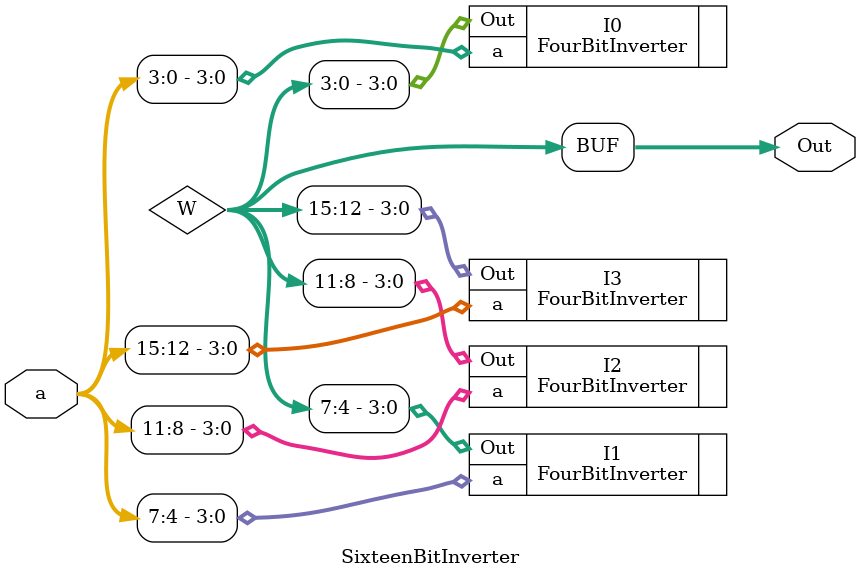
<source format=v>
module SixteenBitInverter (a, Out);
	input [15:0] a;
	output [15:0] Out;
	wire [15:0]W;
	FourBitInverter I0 (.a(a[3:0]), .Out(W[3:0]));
	FourBitInverter I1 (.a(a[7:4]), .Out(W[7:4]));
	FourBitInverter I2 (.a(a[11:8]), .Out(W[11:8]));
	FourBitInverter I3 (.a(a[15:12]), .Out(W[15:12]));
	assign Out[15:0] = W[15:0];
endmodule


</source>
